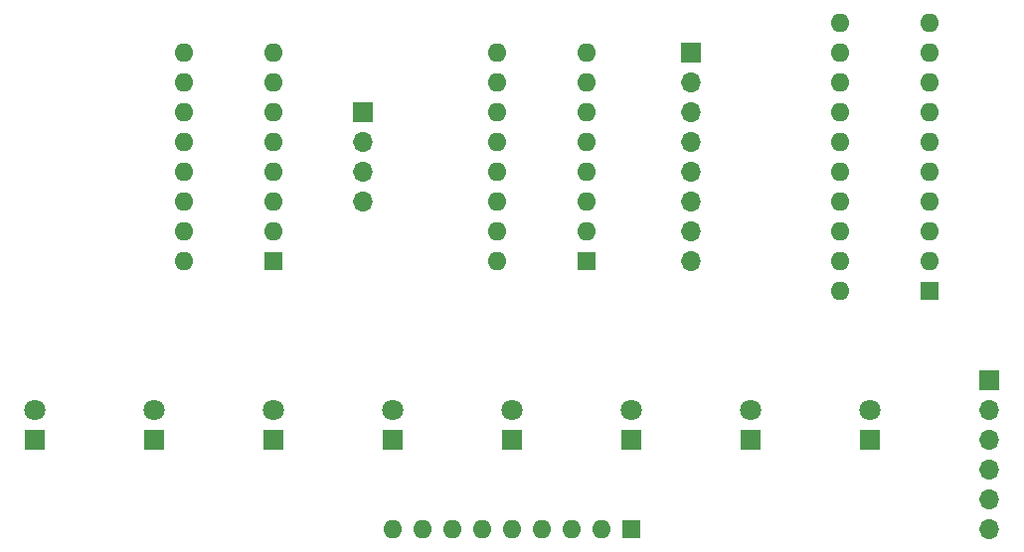
<source format=gbr>
%TF.GenerationSoftware,KiCad,Pcbnew,(7.0.0)*%
%TF.CreationDate,2023-03-05T21:28:25-05:00*%
%TF.ProjectId,8bc_ir,3862635f-6972-42e6-9b69-6361645f7063,rev?*%
%TF.SameCoordinates,Original*%
%TF.FileFunction,Soldermask,Top*%
%TF.FilePolarity,Negative*%
%FSLAX46Y46*%
G04 Gerber Fmt 4.6, Leading zero omitted, Abs format (unit mm)*
G04 Created by KiCad (PCBNEW (7.0.0)) date 2023-03-05 21:28:25*
%MOMM*%
%LPD*%
G01*
G04 APERTURE LIST*
%ADD10R,1.600000X1.600000*%
%ADD11O,1.600000X1.600000*%
%ADD12R,1.700000X1.700000*%
%ADD13O,1.700000X1.700000*%
%ADD14R,1.800000X1.800000*%
%ADD15C,1.800000*%
G04 APERTURE END LIST*
D10*
%TO.C,U3*%
X156199999Y-66039999D03*
D11*
X156199999Y-63499999D03*
X156199999Y-60959999D03*
X156199999Y-58419999D03*
X156199999Y-55879999D03*
X156199999Y-53339999D03*
X156199999Y-50799999D03*
X156199999Y-48259999D03*
X148579999Y-48259999D03*
X148579999Y-50799999D03*
X148579999Y-53339999D03*
X148579999Y-55879999D03*
X148579999Y-58419999D03*
X148579999Y-60959999D03*
X148579999Y-63499999D03*
X148579999Y-66039999D03*
%TD*%
D10*
%TO.C,U2*%
X129539999Y-66039999D03*
D11*
X129539999Y-63499999D03*
X129539999Y-60959999D03*
X129539999Y-58419999D03*
X129539999Y-55879999D03*
X129539999Y-53339999D03*
X129539999Y-50799999D03*
X129539999Y-48259999D03*
X121919999Y-48259999D03*
X121919999Y-50799999D03*
X121919999Y-53339999D03*
X121919999Y-55879999D03*
X121919999Y-58419999D03*
X121919999Y-60959999D03*
X121919999Y-63499999D03*
X121919999Y-66039999D03*
%TD*%
D10*
%TO.C,U1*%
X185419999Y-68579999D03*
D11*
X185419999Y-66039999D03*
X185419999Y-63499999D03*
X185419999Y-60959999D03*
X185419999Y-58419999D03*
X185419999Y-55879999D03*
X185419999Y-53339999D03*
X185419999Y-50799999D03*
X185419999Y-48259999D03*
X185419999Y-45719999D03*
X177799999Y-45719999D03*
X177799999Y-48259999D03*
X177799999Y-50799999D03*
X177799999Y-53339999D03*
X177799999Y-55879999D03*
X177799999Y-58419999D03*
X177799999Y-60959999D03*
X177799999Y-63499999D03*
X177799999Y-66039999D03*
X177799999Y-68579999D03*
%TD*%
D10*
%TO.C,RN1*%
X160019999Y-88899999D03*
D11*
X157479999Y-88899999D03*
X154939999Y-88899999D03*
X152399999Y-88899999D03*
X149859999Y-88899999D03*
X147319999Y-88899999D03*
X144779999Y-88899999D03*
X142239999Y-88899999D03*
X139699999Y-88899999D03*
%TD*%
D12*
%TO.C,J3*%
X137159999Y-53339999D03*
D13*
X137159999Y-55879999D03*
X137159999Y-58419999D03*
X137159999Y-60959999D03*
%TD*%
%TO.C,J2*%
X190499999Y-88899999D03*
X190499999Y-86359999D03*
X190499999Y-83819999D03*
X190499999Y-81279999D03*
X190499999Y-78739999D03*
D12*
X190499999Y-76199999D03*
%TD*%
%TO.C,J1*%
X165099999Y-48259999D03*
D13*
X165099999Y-50799999D03*
X165099999Y-53339999D03*
X165099999Y-55879999D03*
X165099999Y-58419999D03*
X165099999Y-60959999D03*
X165099999Y-63499999D03*
X165099999Y-66039999D03*
%TD*%
D14*
%TO.C,D8*%
X180339999Y-81279999D03*
D15*
X180340000Y-78740000D03*
%TD*%
D14*
%TO.C,D7*%
X170179999Y-81279999D03*
D15*
X170180000Y-78740000D03*
%TD*%
D14*
%TO.C,D6*%
X160019999Y-81279999D03*
D15*
X160020000Y-78740000D03*
%TD*%
D14*
%TO.C,D5*%
X149859999Y-81279999D03*
D15*
X149860000Y-78740000D03*
%TD*%
D14*
%TO.C,D4*%
X139699999Y-81279999D03*
D15*
X139700000Y-78740000D03*
%TD*%
D14*
%TO.C,D3*%
X129539999Y-81279999D03*
D15*
X129540000Y-78740000D03*
%TD*%
D14*
%TO.C,D2*%
X119379999Y-81279999D03*
D15*
X119380000Y-78740000D03*
%TD*%
D14*
%TO.C,D1*%
X109219999Y-81279999D03*
D15*
X109220000Y-78740000D03*
%TD*%
M02*

</source>
